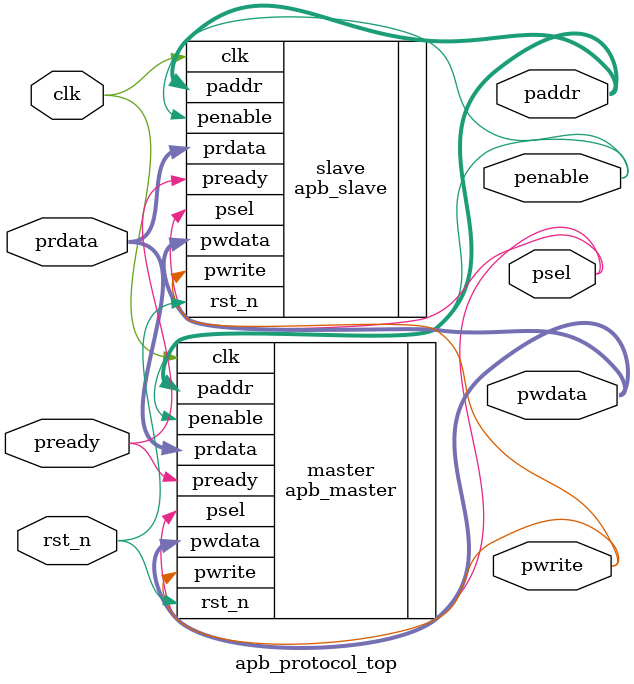
<source format=v>
module apb_protocol_top(
    input clk,
    input rst_n,
    
    // APB Master Signals
    output [31:0] paddr,      // Address
    output penable,           // Enable
    output pwrite,            // Write/Read select
    output [31:0] pwdata,     // Write data
    input [31:0] prdata,      // Read data
    input pready,             // Slave ready signal
    output psel                // Select signal
);

    // Instantiate APB Master
    apb_master master (
        .clk(clk),
        .rst_n(rst_n),
        .paddr(paddr),
        .penable(penable),
        .pwrite(pwrite),
        .pwdata(pwdata),
        .prdata(prdata),
        .pready(pready),
        .psel(psel)
    );

    // Instantiate APB Slave
    apb_slave slave (
        .clk(clk),
        .rst_n(rst_n),
        .paddr(paddr),
        .penable(penable),
        .pwrite(pwrite),
        .pwdata(pwdata),
        .prdata(prdata),
        .pready(pready),
        .psel(psel)
    );

endmodule
</source>
